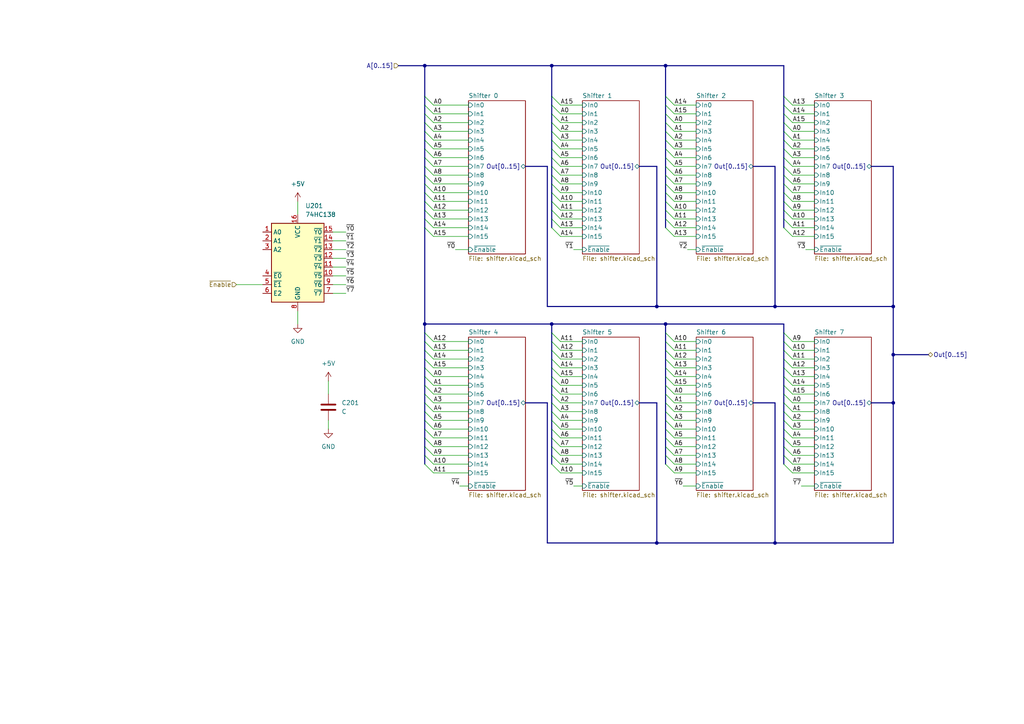
<source format=kicad_sch>
(kicad_sch (version 20231120) (generator "eeschema") (generator_version "8.0")
  (paper "A4")
  (lib_symbols
    (symbol "74xx:74HC138"
      (property "Reference" "U" (at -7.62 13.97 0))
      (property "Value" "74HC138" (at 2.54 -11.43 0))
      (symbol "74HC138_0_1"
        (rectangle (start -7.62 12.7) (end 7.62 -10.16) (stroke (width 0.254)) (fill (type background)))
      )
      (symbol "74HC138_1_1"
        (pin input line (at -10.16 10.16 0) (length 2.54) (name "A0") (number "1"))
        (pin output line (at 10.16 -2.54 180) (length 2.54) (name "~{Y5}") (number "10"))
        (pin output line (at 10.16 0 180) (length 2.54) (name "~{Y4}") (number "11"))
        (pin output line (at 10.16 2.54 180) (length 2.54) (name "~{Y3}") (number "12"))
        (pin output line (at 10.16 5.08 180) (length 2.54) (name "~{Y2}") (number "13"))
        (pin output line (at 10.16 7.62 180) (length 2.54) (name "~{Y1}") (number "14"))
        (pin output line (at 10.16 10.16 180) (length 2.54) (name "~{Y0}") (number "15"))
        (pin power_in line (at 0 15.24 270) (length 2.54) (name "VCC") (number "16"))
        (pin input line (at -10.16 7.62 0) (length 2.54) (name "A1") (number "2"))
        (pin input line (at -10.16 5.08 0) (length 2.54) (name "A2") (number "3"))
        (pin input line (at -10.16 -2.54 0) (length 2.54) (name "~{E0}") (number "4"))
        (pin input line (at -10.16 -5.08 0) (length 2.54) (name "~{E1}") (number "5"))
        (pin input line (at -10.16 -7.62 0) (length 2.54) (name "E2") (number "6"))
        (pin output line (at 10.16 -7.62 180) (length 2.54) (name "~{Y7}") (number "7"))
        (pin power_in line (at 0 -12.7 90) (length 2.54) (name "GND") (number "8"))
        (pin output line (at 10.16 -5.08 180) (length 2.54) (name "~{Y6}") (number "9"))
      )
    )
    (symbol "Device:C" (pin_numbers hide) (pin_names (offset 0.254))
      (property "Reference" "C" (at 0.635 2.54 0))
      (property "Value" "C" (at 0.635 -2.54 0))
      (symbol "C_0_1"
        (polyline (pts (xy -2.032 -0.762) (xy 2.032 -0.762)) (stroke (width 0.508)))
        (polyline (pts (xy -2.032 0.762) (xy 2.032 0.762)) (stroke (width 0.508)))
      )
      (symbol "C_1_1"
        (pin passive line (at 0 3.81 270) (length 2.794) (name "~") (number "1"))
        (pin passive line (at 0 -3.81 90) (length 2.794) (name "~") (number "2"))
      )
    )
    (symbol "power:+5V" (power) (pin_numbers hide) (pin_names (offset 0) hide)
      (property "Value" "+5V" (at 0 3.556 0))
      (symbol "+5V_0_1"
        (polyline (pts (xy -0.762 1.27) (xy 0 2.54)))
        (polyline (pts (xy 0 0) (xy 0 2.54)))
        (polyline (pts (xy 0 2.54) (xy 0.762 1.27)))
      )
      (symbol "+5V_1_1"
        (pin power_in line (at 0 0 90) (length 0) (name "~") (number "1"))
      )
    )
    (symbol "power:GND" (power) (pin_numbers hide) (pin_names (offset 0) hide)
      (property "Value" "GND" (at 0 -3.81 0))
      (symbol "GND_0_1"
        (polyline (pts (xy 0 0) (xy 0 -1.27) (xy 1.27 -1.27) (xy 0 -2.54) (xy -1.27 -1.27) (xy 0 -1.27)))
      )
      (symbol "GND_1_1"
        (pin power_in line (at 0 0 270) (length 0) (name "~") (number "1"))
      )
    )
  )
  (junction (at 190.5 88.9))
  (junction (at 224.79 88.9))
  (junction (at 123.19 19.05))
  (junction (at 224.79 157.48))
  (junction (at 160.02 19.05))
  (junction (at 259.08 116.84))
  (junction (at 123.19 93.98))
  (junction (at 160.02 93.98))
  (junction (at 259.08 88.9))
  (junction (at 190.5 157.48))
  (junction (at 193.04 19.05))
  (junction (at 259.08 102.87))
  (junction (at 193.04 93.98))
  (bus_entry (at 123.19 43.18) (size 2.54 2.54))
  (bus_entry (at 193.04 101.6) (size 2.54 2.54))
  (bus_entry (at 160.02 53.34) (size 2.54 2.54))
  (bus_entry (at 160.02 129.54) (size 2.54 2.54))
  (bus_entry (at 193.04 111.76) (size 2.54 2.54))
  (bus_entry (at 160.02 63.5) (size 2.54 2.54))
  (bus_entry (at 123.19 101.6) (size 2.54 2.54))
  (bus_entry (at 160.02 96.52) (size 2.54 2.54))
  (bus_entry (at 160.02 60.96) (size 2.54 2.54))
  (bus_entry (at 227.33 132.08) (size 2.54 2.54))
  (bus_entry (at 227.33 124.46) (size 2.54 2.54))
  (bus_entry (at 227.33 127) (size 2.54 2.54))
  (bus_entry (at 227.33 27.94) (size 2.54 2.54))
  (bus_entry (at 160.02 101.6) (size 2.54 2.54))
  (bus_entry (at 227.33 40.64) (size 2.54 2.54))
  (bus_entry (at 160.02 99.06) (size 2.54 2.54))
  (bus_entry (at 123.19 127) (size 2.54 2.54))
  (bus_entry (at 227.33 129.54) (size 2.54 2.54))
  (bus_entry (at 123.19 106.68) (size 2.54 2.54))
  (bus_entry (at 193.04 43.18) (size 2.54 2.54))
  (bus_entry (at 160.02 66.04) (size 2.54 2.54))
  (bus_entry (at 123.19 104.14) (size 2.54 2.54))
  (bus_entry (at 160.02 58.42) (size 2.54 2.54))
  (bus_entry (at 227.33 119.38) (size 2.54 2.54))
  (bus_entry (at 160.02 27.94) (size 2.54 2.54))
  (bus_entry (at 123.19 35.56) (size 2.54 2.54))
  (bus_entry (at 123.19 38.1) (size 2.54 2.54))
  (bus_entry (at 227.33 111.76) (size 2.54 2.54))
  (bus_entry (at 227.33 96.52) (size 2.54 2.54))
  (bus_entry (at 160.02 30.48) (size 2.54 2.54))
  (bus_entry (at 160.02 38.1) (size 2.54 2.54))
  (bus_entry (at 123.19 132.08) (size 2.54 2.54))
  (bus_entry (at 227.33 33.02) (size 2.54 2.54))
  (bus_entry (at 227.33 30.48) (size 2.54 2.54))
  (bus_entry (at 160.02 121.92) (size 2.54 2.54))
  (bus_entry (at 123.19 119.38) (size 2.54 2.54))
  (bus_entry (at 193.04 121.92) (size 2.54 2.54))
  (bus_entry (at 123.19 109.22) (size 2.54 2.54))
  (bus_entry (at 227.33 66.04) (size 2.54 2.54))
  (bus_entry (at 123.19 99.06) (size 2.54 2.54))
  (bus_entry (at 227.33 35.56) (size 2.54 2.54))
  (bus_entry (at 193.04 132.08) (size 2.54 2.54))
  (bus_entry (at 193.04 27.94) (size 2.54 2.54))
  (bus_entry (at 160.02 114.3) (size 2.54 2.54))
  (bus_entry (at 123.19 114.3) (size 2.54 2.54))
  (bus_entry (at 227.33 116.84) (size 2.54 2.54))
  (bus_entry (at 193.04 96.52) (size 2.54 2.54))
  (bus_entry (at 160.02 109.22) (size 2.54 2.54))
  (bus_entry (at 160.02 132.08) (size 2.54 2.54))
  (bus_entry (at 160.02 104.14) (size 2.54 2.54))
  (bus_entry (at 227.33 99.06) (size 2.54 2.54))
  (bus_entry (at 193.04 33.02) (size 2.54 2.54))
  (bus_entry (at 227.33 48.26) (size 2.54 2.54))
  (bus_entry (at 227.33 43.18) (size 2.54 2.54))
  (bus_entry (at 227.33 101.6) (size 2.54 2.54))
  (bus_entry (at 123.19 40.64) (size 2.54 2.54))
  (bus_entry (at 160.02 55.88) (size 2.54 2.54))
  (bus_entry (at 227.33 63.5) (size 2.54 2.54))
  (bus_entry (at 123.19 63.5) (size 2.54 2.54))
  (bus_entry (at 227.33 45.72) (size 2.54 2.54))
  (bus_entry (at 227.33 121.92) (size 2.54 2.54))
  (bus_entry (at 227.33 53.34) (size 2.54 2.54))
  (bus_entry (at 193.04 53.34) (size 2.54 2.54))
  (bus_entry (at 227.33 60.96) (size 2.54 2.54))
  (bus_entry (at 160.02 127) (size 2.54 2.54))
  (bus_entry (at 193.04 40.64) (size 2.54 2.54))
  (bus_entry (at 227.33 104.14) (size 2.54 2.54))
  (bus_entry (at 123.19 134.62) (size 2.54 2.54))
  (bus_entry (at 123.19 55.88) (size 2.54 2.54))
  (bus_entry (at 123.19 116.84) (size 2.54 2.54))
  (bus_entry (at 193.04 38.1) (size 2.54 2.54))
  (bus_entry (at 123.19 45.72) (size 2.54 2.54))
  (bus_entry (at 123.19 58.42) (size 2.54 2.54))
  (bus_entry (at 193.04 99.06) (size 2.54 2.54))
  (bus_entry (at 160.02 106.68) (size 2.54 2.54))
  (bus_entry (at 227.33 38.1) (size 2.54 2.54))
  (bus_entry (at 160.02 45.72) (size 2.54 2.54))
  (bus_entry (at 160.02 35.56) (size 2.54 2.54))
  (bus_entry (at 193.04 119.38) (size 2.54 2.54))
  (bus_entry (at 160.02 40.64) (size 2.54 2.54))
  (bus_entry (at 160.02 119.38) (size 2.54 2.54))
  (bus_entry (at 123.19 33.02) (size 2.54 2.54))
  (bus_entry (at 193.04 30.48) (size 2.54 2.54))
  (bus_entry (at 123.19 124.46) (size 2.54 2.54))
  (bus_entry (at 123.19 96.52) (size 2.54 2.54))
  (bus_entry (at 193.04 129.54) (size 2.54 2.54))
  (bus_entry (at 227.33 109.22) (size 2.54 2.54))
  (bus_entry (at 193.04 134.62) (size 2.54 2.54))
  (bus_entry (at 123.19 129.54) (size 2.54 2.54))
  (bus_entry (at 193.04 66.04) (size 2.54 2.54))
  (bus_entry (at 193.04 124.46) (size 2.54 2.54))
  (bus_entry (at 160.02 134.62) (size 2.54 2.54))
  (bus_entry (at 227.33 50.8) (size 2.54 2.54))
  (bus_entry (at 193.04 50.8) (size 2.54 2.54))
  (bus_entry (at 123.19 60.96) (size 2.54 2.54))
  (bus_entry (at 123.19 48.26) (size 2.54 2.54))
  (bus_entry (at 193.04 55.88) (size 2.54 2.54))
  (bus_entry (at 123.19 27.94) (size 2.54 2.54))
  (bus_entry (at 193.04 106.68) (size 2.54 2.54))
  (bus_entry (at 160.02 124.46) (size 2.54 2.54))
  (bus_entry (at 123.19 53.34) (size 2.54 2.54))
  (bus_entry (at 227.33 58.42) (size 2.54 2.54))
  (bus_entry (at 227.33 55.88) (size 2.54 2.54))
  (bus_entry (at 193.04 109.22) (size 2.54 2.54))
  (bus_entry (at 193.04 35.56) (size 2.54 2.54))
  (bus_entry (at 227.33 134.62) (size 2.54 2.54))
  (bus_entry (at 193.04 127) (size 2.54 2.54))
  (bus_entry (at 193.04 116.84) (size 2.54 2.54))
  (bus_entry (at 193.04 48.26) (size 2.54 2.54))
  (bus_entry (at 193.04 60.96) (size 2.54 2.54))
  (bus_entry (at 160.02 48.26) (size 2.54 2.54))
  (bus_entry (at 160.02 116.84) (size 2.54 2.54))
  (bus_entry (at 227.33 114.3) (size 2.54 2.54))
  (bus_entry (at 227.33 106.68) (size 2.54 2.54))
  (bus_entry (at 160.02 111.76) (size 2.54 2.54))
  (bus_entry (at 123.19 50.8) (size 2.54 2.54))
  (bus_entry (at 193.04 63.5) (size 2.54 2.54))
  (bus_entry (at 123.19 111.76) (size 2.54 2.54))
  (bus_entry (at 160.02 33.02) (size 2.54 2.54))
  (bus_entry (at 123.19 121.92) (size 2.54 2.54))
  (bus_entry (at 123.19 66.04) (size 2.54 2.54))
  (bus_entry (at 193.04 58.42) (size 2.54 2.54))
  (bus_entry (at 193.04 114.3) (size 2.54 2.54))
  (bus_entry (at 193.04 45.72) (size 2.54 2.54))
  (bus_entry (at 160.02 43.18) (size 2.54 2.54))
  (bus_entry (at 123.19 30.48) (size 2.54 2.54))
  (bus_entry (at 193.04 104.14) (size 2.54 2.54))
  (bus_entry (at 160.02 50.8) (size 2.54 2.54))
  (wire (pts (xy 229.87 40.64) (xy 236.22 40.64)))
  (bus (pts (xy 160.02 96.52) (xy 160.02 99.06)))
  (wire (pts (xy 195.58 60.96) (xy 201.93 60.96)))
  (bus (pts (xy 123.19 127) (xy 123.19 129.54)))
  (wire (pts (xy 125.73 63.5) (xy 135.89 63.5)))
  (bus (pts (xy 227.33 119.38) (xy 227.33 121.92)))
  (bus (pts (xy 190.5 116.84) (xy 190.5 157.48)))
  (wire (pts (xy 162.56 63.5) (xy 168.91 63.5)))
  (bus (pts (xy 123.19 30.48) (xy 123.19 33.02)))
  (wire (pts (xy 195.58 55.88) (xy 201.93 55.88)))
  (wire (pts (xy 195.58 99.06) (xy 201.93 99.06)))
  (bus (pts (xy 123.19 96.52) (xy 123.19 99.06)))
  (bus (pts (xy 123.19 50.8) (xy 123.19 53.34)))
  (wire (pts (xy 125.73 99.06) (xy 135.89 99.06)))
  (bus (pts (xy 227.33 116.84) (xy 227.33 119.38)))
  (bus (pts (xy 227.33 99.06) (xy 227.33 101.6)))
  (wire (pts (xy 162.56 66.04) (xy 168.91 66.04)))
  (wire (pts (xy 125.73 132.08) (xy 135.89 132.08)))
  (wire (pts (xy 125.73 55.88) (xy 135.89 55.88)))
  (bus (pts (xy 160.02 93.98) (xy 193.04 93.98)))
  (wire (pts (xy 232.41 140.97) (xy 236.22 140.97)))
  (bus (pts (xy 160.02 48.26) (xy 160.02 50.8)))
  (bus (pts (xy 193.04 19.05) (xy 193.04 27.94)))
  (wire (pts (xy 96.52 69.85) (xy 100.33 69.85)))
  (bus (pts (xy 160.02 55.88) (xy 160.02 58.42)))
  (wire (pts (xy 195.58 33.02) (xy 201.93 33.02)))
  (wire (pts (xy 229.87 132.08) (xy 236.22 132.08)))
  (wire (pts (xy 229.87 119.38) (xy 236.22 119.38)))
  (bus (pts (xy 193.04 43.18) (xy 193.04 45.72)))
  (wire (pts (xy 195.58 104.14) (xy 201.93 104.14)))
  (wire (pts (xy 195.58 106.68) (xy 201.93 106.68)))
  (wire (pts (xy 125.73 45.72) (xy 135.89 45.72)))
  (bus (pts (xy 259.08 157.48) (xy 259.08 116.84)))
  (bus (pts (xy 227.33 104.14) (xy 227.33 106.68)))
  (bus (pts (xy 224.79 157.48) (xy 259.08 157.48)))
  (bus (pts (xy 227.33 111.76) (xy 227.33 114.3)))
  (bus (pts (xy 227.33 129.54) (xy 227.33 132.08)))
  (bus (pts (xy 160.02 38.1) (xy 160.02 40.64)))
  (wire (pts (xy 125.73 60.96) (xy 135.89 60.96)))
  (bus (pts (xy 123.19 33.02) (xy 123.19 35.56)))
  (bus (pts (xy 123.19 58.42) (xy 123.19 60.96)))
  (bus (pts (xy 259.08 88.9) (xy 259.08 48.26)))
  (wire (pts (xy 229.87 137.16) (xy 236.22 137.16)))
  (bus (pts (xy 160.02 27.94) (xy 160.02 30.48)))
  (wire (pts (xy 96.52 77.47) (xy 100.33 77.47)))
  (wire (pts (xy 125.73 109.22) (xy 135.89 109.22)))
  (wire (pts (xy 162.56 137.16) (xy 168.91 137.16)))
  (bus (pts (xy 160.02 127) (xy 160.02 129.54)))
  (wire (pts (xy 162.56 33.02) (xy 168.91 33.02)))
  (bus (pts (xy 160.02 19.05) (xy 193.04 19.05)))
  (bus (pts (xy 160.02 43.18) (xy 160.02 45.72)))
  (bus (pts (xy 193.04 127) (xy 193.04 129.54)))
  (wire (pts (xy 162.56 124.46) (xy 168.91 124.46)))
  (wire (pts (xy 86.36 90.17) (xy 86.36 93.98)))
  (wire (pts (xy 195.58 129.54) (xy 201.93 129.54)))
  (wire (pts (xy 162.56 58.42) (xy 168.91 58.42)))
  (wire (pts (xy 96.52 85.09) (xy 100.33 85.09)))
  (bus (pts (xy 123.19 114.3) (xy 123.19 116.84)))
  (wire (pts (xy 125.73 137.16) (xy 135.89 137.16)))
  (wire (pts (xy 229.87 101.6) (xy 236.22 101.6)))
  (wire (pts (xy 162.56 99.06) (xy 168.91 99.06)))
  (bus (pts (xy 227.33 114.3) (xy 227.33 116.84)))
  (bus (pts (xy 123.19 101.6) (xy 123.19 104.14)))
  (bus (pts (xy 190.5 157.48) (xy 224.79 157.48)))
  (wire (pts (xy 133.35 140.97) (xy 135.89 140.97)))
  (wire (pts (xy 125.73 50.8) (xy 135.89 50.8)))
  (bus (pts (xy 160.02 50.8) (xy 160.02 53.34)))
  (bus (pts (xy 123.19 99.06) (xy 123.19 101.6)))
  (bus (pts (xy 193.04 132.08) (xy 193.04 134.62)))
  (bus (pts (xy 160.02 111.76) (xy 160.02 114.3)))
  (bus (pts (xy 193.04 124.46) (xy 193.04 127)))
  (wire (pts (xy 195.58 40.64) (xy 201.93 40.64)))
  (wire (pts (xy 229.87 114.3) (xy 236.22 114.3)))
  (wire (pts (xy 229.87 68.58) (xy 236.22 68.58)))
  (bus (pts (xy 123.19 93.98) (xy 123.19 96.52)))
  (wire (pts (xy 162.56 30.48) (xy 168.91 30.48)))
  (bus (pts (xy 160.02 45.72) (xy 160.02 48.26)))
  (bus (pts (xy 160.02 19.05) (xy 160.02 27.94)))
  (bus (pts (xy 123.19 109.22) (xy 123.19 111.76)))
  (bus (pts (xy 193.04 50.8) (xy 193.04 53.34)))
  (wire (pts (xy 229.87 53.34) (xy 236.22 53.34)))
  (wire (pts (xy 162.56 50.8) (xy 168.91 50.8)))
  (bus (pts (xy 193.04 27.94) (xy 193.04 30.48)))
  (bus (pts (xy 193.04 38.1) (xy 193.04 40.64)))
  (bus (pts (xy 227.33 50.8) (xy 227.33 53.34)))
  (wire (pts (xy 162.56 114.3) (xy 168.91 114.3)))
  (bus (pts (xy 160.02 60.96) (xy 160.02 63.5)))
  (bus (pts (xy 123.19 35.56) (xy 123.19 38.1)))
  (wire (pts (xy 162.56 127) (xy 168.91 127)))
  (bus (pts (xy 185.42 48.26) (xy 190.5 48.26)))
  (wire (pts (xy 162.56 132.08) (xy 168.91 132.08)))
  (wire (pts (xy 125.73 104.14) (xy 135.89 104.14)))
  (wire (pts (xy 132.08 72.39) (xy 135.89 72.39)))
  (bus (pts (xy 193.04 99.06) (xy 193.04 101.6)))
  (bus (pts (xy 193.04 40.64) (xy 193.04 43.18)))
  (wire (pts (xy 162.56 45.72) (xy 168.91 45.72)))
  (bus (pts (xy 193.04 53.34) (xy 193.04 55.88)))
  (bus (pts (xy 123.19 40.64) (xy 123.19 43.18)))
  (bus (pts (xy 160.02 58.42) (xy 160.02 60.96)))
  (wire (pts (xy 125.73 35.56) (xy 135.89 35.56)))
  (wire (pts (xy 125.73 127) (xy 135.89 127)))
  (bus (pts (xy 193.04 129.54) (xy 193.04 132.08)))
  (bus (pts (xy 123.19 48.26) (xy 123.19 50.8)))
  (bus (pts (xy 193.04 93.98) (xy 193.04 96.52)))
  (wire (pts (xy 229.87 106.68) (xy 236.22 106.68)))
  (wire (pts (xy 125.73 134.62) (xy 135.89 134.62)))
  (wire (pts (xy 229.87 35.56) (xy 236.22 35.56)))
  (bus (pts (xy 259.08 102.87) (xy 269.24 102.87)))
  (bus (pts (xy 227.33 63.5) (xy 227.33 66.04)))
  (wire (pts (xy 195.58 53.34) (xy 201.93 53.34)))
  (wire (pts (xy 229.87 99.06) (xy 236.22 99.06)))
  (wire (pts (xy 195.58 58.42) (xy 201.93 58.42)))
  (wire (pts (xy 96.52 80.01) (xy 100.33 80.01)))
  (bus (pts (xy 227.33 45.72) (xy 227.33 48.26)))
  (bus (pts (xy 224.79 116.84) (xy 224.79 157.48)))
  (wire (pts (xy 229.87 30.48) (xy 236.22 30.48)))
  (wire (pts (xy 162.56 106.68) (xy 168.91 106.68)))
  (wire (pts (xy 195.58 43.18) (xy 201.93 43.18)))
  (wire (pts (xy 125.73 66.04) (xy 135.89 66.04)))
  (bus (pts (xy 218.44 116.84) (xy 224.79 116.84)))
  (bus (pts (xy 160.02 99.06) (xy 160.02 101.6)))
  (wire (pts (xy 229.87 127) (xy 236.22 127)))
  (wire (pts (xy 195.58 35.56) (xy 201.93 35.56)))
  (bus (pts (xy 193.04 48.26) (xy 193.04 50.8)))
  (bus (pts (xy 160.02 124.46) (xy 160.02 127)))
  (wire (pts (xy 195.58 127) (xy 201.93 127)))
  (bus (pts (xy 227.33 40.64) (xy 227.33 43.18)))
  (bus (pts (xy 123.19 93.98) (xy 160.02 93.98)))
  (bus (pts (xy 123.19 66.04) (xy 123.19 93.98)))
  (wire (pts (xy 195.58 137.16) (xy 201.93 137.16)))
  (bus (pts (xy 190.5 48.26) (xy 190.5 88.9)))
  (wire (pts (xy 162.56 134.62) (xy 168.91 134.62)))
  (bus (pts (xy 123.19 55.88) (xy 123.19 58.42)))
  (bus (pts (xy 193.04 35.56) (xy 193.04 38.1)))
  (bus (pts (xy 259.08 88.9) (xy 259.08 102.87)))
  (bus (pts (xy 227.33 127) (xy 227.33 129.54)))
  (bus (pts (xy 158.75 48.26) (xy 158.75 88.9)))
  (wire (pts (xy 162.56 104.14) (xy 168.91 104.14)))
  (bus (pts (xy 123.19 119.38) (xy 123.19 121.92)))
  (bus (pts (xy 193.04 60.96) (xy 193.04 63.5)))
  (bus (pts (xy 227.33 106.68) (xy 227.33 109.22)))
  (wire (pts (xy 125.73 121.92) (xy 135.89 121.92)))
  (wire (pts (xy 229.87 33.02) (xy 236.22 33.02)))
  (wire (pts (xy 195.58 63.5) (xy 201.93 63.5)))
  (bus (pts (xy 227.33 30.48) (xy 227.33 33.02)))
  (wire (pts (xy 162.56 60.96) (xy 168.91 60.96)))
  (wire (pts (xy 229.87 48.26) (xy 236.22 48.26)))
  (wire (pts (xy 229.87 134.62) (xy 236.22 134.62)))
  (wire (pts (xy 162.56 43.18) (xy 168.91 43.18)))
  (bus (pts (xy 123.19 38.1) (xy 123.19 40.64)))
  (bus (pts (xy 227.33 58.42) (xy 227.33 60.96)))
  (bus (pts (xy 160.02 30.48) (xy 160.02 33.02)))
  (wire (pts (xy 162.56 119.38) (xy 168.91 119.38)))
  (bus (pts (xy 193.04 119.38) (xy 193.04 121.92)))
  (wire (pts (xy 195.58 124.46) (xy 201.93 124.46)))
  (bus (pts (xy 224.79 88.9) (xy 259.08 88.9)))
  (wire (pts (xy 195.58 48.26) (xy 201.93 48.26)))
  (wire (pts (xy 125.73 33.02) (xy 135.89 33.02)))
  (bus (pts (xy 227.33 33.02) (xy 227.33 35.56)))
  (wire (pts (xy 125.73 40.64) (xy 135.89 40.64)))
  (wire (pts (xy 166.37 72.39) (xy 168.91 72.39)))
  (bus (pts (xy 227.33 43.18) (xy 227.33 45.72)))
  (bus (pts (xy 123.19 121.92) (xy 123.19 124.46)))
  (bus (pts (xy 227.33 27.94) (xy 227.33 30.48)))
  (wire (pts (xy 229.87 63.5) (xy 236.22 63.5)))
  (bus (pts (xy 123.19 104.14) (xy 123.19 106.68)))
  (wire (pts (xy 229.87 129.54) (xy 236.22 129.54)))
  (wire (pts (xy 125.73 58.42) (xy 135.89 58.42)))
  (wire (pts (xy 162.56 55.88) (xy 168.91 55.88)))
  (bus (pts (xy 160.02 114.3) (xy 160.02 116.84)))
  (wire (pts (xy 125.73 68.58) (xy 135.89 68.58)))
  (bus (pts (xy 193.04 121.92) (xy 193.04 124.46)))
  (bus (pts (xy 227.33 35.56) (xy 227.33 38.1)))
  (wire (pts (xy 125.73 48.26) (xy 135.89 48.26)))
  (bus (pts (xy 193.04 116.84) (xy 193.04 119.38)))
  (wire (pts (xy 229.87 111.76) (xy 236.22 111.76)))
  (bus (pts (xy 193.04 114.3) (xy 193.04 116.84)))
  (wire (pts (xy 195.58 50.8) (xy 201.93 50.8)))
  (bus (pts (xy 227.33 96.52) (xy 227.33 99.06)))
  (bus (pts (xy 227.33 38.1) (xy 227.33 40.64)))
  (wire (pts (xy 96.52 72.39) (xy 100.33 72.39)))
  (wire (pts (xy 96.52 74.93) (xy 100.33 74.93)))
  (bus (pts (xy 123.19 60.96) (xy 123.19 63.5)))
  (wire (pts (xy 195.58 116.84) (xy 201.93 116.84)))
  (bus (pts (xy 227.33 55.88) (xy 227.33 58.42)))
  (bus (pts (xy 193.04 63.5) (xy 193.04 66.04)))
  (bus (pts (xy 152.4 48.26) (xy 158.75 48.26)))
  (bus (pts (xy 193.04 30.48) (xy 193.04 33.02)))
  (bus (pts (xy 190.5 88.9) (xy 224.79 88.9)))
  (bus (pts (xy 193.04 106.68) (xy 193.04 109.22)))
  (bus (pts (xy 123.19 43.18) (xy 123.19 45.72)))
  (wire (pts (xy 162.56 40.64) (xy 168.91 40.64)))
  (wire (pts (xy 229.87 104.14) (xy 236.22 104.14)))
  (wire (pts (xy 229.87 66.04) (xy 236.22 66.04)))
  (wire (pts (xy 195.58 68.58) (xy 201.93 68.58)))
  (wire (pts (xy 125.73 114.3) (xy 135.89 114.3)))
  (wire (pts (xy 229.87 45.72) (xy 236.22 45.72)))
  (bus (pts (xy 123.19 27.94) (xy 123.19 30.48)))
  (wire (pts (xy 125.73 124.46) (xy 135.89 124.46)))
  (bus (pts (xy 218.44 48.26) (xy 224.79 48.26)))
  (bus (pts (xy 123.19 19.05) (xy 123.19 27.94)))
  (bus (pts (xy 193.04 45.72) (xy 193.04 48.26)))
  (bus (pts (xy 160.02 93.98) (xy 160.02 96.52)))
  (bus (pts (xy 123.19 63.5) (xy 123.19 66.04)))
  (bus (pts (xy 123.19 124.46) (xy 123.19 127)))
  (wire (pts (xy 96.52 67.31) (xy 100.33 67.31)))
  (bus (pts (xy 123.19 45.72) (xy 123.19 48.26)))
  (wire (pts (xy 195.58 30.48) (xy 201.93 30.48)))
  (wire (pts (xy 229.87 43.18) (xy 236.22 43.18)))
  (bus (pts (xy 158.75 157.48) (xy 190.5 157.48)))
  (wire (pts (xy 125.73 106.68) (xy 135.89 106.68)))
  (bus (pts (xy 158.75 88.9) (xy 190.5 88.9)))
  (wire (pts (xy 233.68 72.39) (xy 236.22 72.39)))
  (bus (pts (xy 193.04 33.02) (xy 193.04 35.56)))
  (bus (pts (xy 123.19 116.84) (xy 123.19 119.38)))
  (wire (pts (xy 199.39 72.39) (xy 201.93 72.39)))
  (bus (pts (xy 160.02 35.56) (xy 160.02 38.1)))
  (wire (pts (xy 125.73 111.76) (xy 135.89 111.76)))
  (wire (pts (xy 96.52 82.55) (xy 100.33 82.55)))
  (wire (pts (xy 195.58 121.92) (xy 201.93 121.92)))
  (bus (pts (xy 259.08 102.87) (xy 259.08 116.84)))
  (bus (pts (xy 160.02 63.5) (xy 160.02 66.04)))
  (bus (pts (xy 227.33 19.05) (xy 227.33 27.94)))
  (wire (pts (xy 95.25 121.92) (xy 95.25 124.46)))
  (wire (pts (xy 195.58 45.72) (xy 201.93 45.72)))
  (bus (pts (xy 193.04 101.6) (xy 193.04 104.14)))
  (bus (pts (xy 160.02 33.02) (xy 160.02 35.56)))
  (wire (pts (xy 125.73 53.34) (xy 135.89 53.34)))
  (wire (pts (xy 162.56 53.34) (xy 168.91 53.34)))
  (wire (pts (xy 162.56 111.76) (xy 168.91 111.76)))
  (wire (pts (xy 68.58 82.55) (xy 76.2 82.55)))
  (bus (pts (xy 227.33 101.6) (xy 227.33 104.14)))
  (bus (pts (xy 252.73 48.26) (xy 259.08 48.26)))
  (wire (pts (xy 229.87 121.92) (xy 236.22 121.92)))
  (bus (pts (xy 193.04 19.05) (xy 227.33 19.05)))
  (bus (pts (xy 160.02 106.68) (xy 160.02 109.22)))
  (bus (pts (xy 123.19 111.76) (xy 123.19 114.3)))
  (wire (pts (xy 229.87 60.96) (xy 236.22 60.96)))
  (wire (pts (xy 162.56 48.26) (xy 168.91 48.26)))
  (wire (pts (xy 162.56 121.92) (xy 168.91 121.92)))
  (wire (pts (xy 195.58 66.04) (xy 201.93 66.04)))
  (wire (pts (xy 125.73 116.84) (xy 135.89 116.84)))
  (bus (pts (xy 252.73 116.84) (xy 259.08 116.84)))
  (bus (pts (xy 193.04 58.42) (xy 193.04 60.96)))
  (wire (pts (xy 195.58 134.62) (xy 201.93 134.62)))
  (bus (pts (xy 160.02 121.92) (xy 160.02 124.46)))
  (wire (pts (xy 162.56 116.84) (xy 168.91 116.84)))
  (wire (pts (xy 195.58 119.38) (xy 201.93 119.38)))
  (wire (pts (xy 229.87 116.84) (xy 236.22 116.84)))
  (bus (pts (xy 160.02 53.34) (xy 160.02 55.88)))
  (bus (pts (xy 160.02 132.08) (xy 160.02 134.62)))
  (wire (pts (xy 162.56 68.58) (xy 168.91 68.58)))
  (bus (pts (xy 160.02 40.64) (xy 160.02 43.18)))
  (wire (pts (xy 125.73 119.38) (xy 135.89 119.38)))
  (bus (pts (xy 193.04 93.98) (xy 227.33 93.98)))
  (wire (pts (xy 195.58 101.6) (xy 201.93 101.6)))
  (wire (pts (xy 229.87 124.46) (xy 236.22 124.46)))
  (bus (pts (xy 193.04 96.52) (xy 193.04 99.06)))
  (bus (pts (xy 160.02 116.84) (xy 160.02 119.38)))
  (wire (pts (xy 195.58 132.08) (xy 201.93 132.08)))
  (wire (pts (xy 162.56 109.22) (xy 168.91 109.22)))
  (wire (pts (xy 95.25 110.49) (xy 95.25 114.3)))
  (wire (pts (xy 166.37 140.97) (xy 168.91 140.97)))
  (wire (pts (xy 229.87 55.88) (xy 236.22 55.88)))
  (wire (pts (xy 195.58 111.76) (xy 201.93 111.76)))
  (bus (pts (xy 123.19 132.08) (xy 123.19 134.62)))
  (wire (pts (xy 162.56 35.56) (xy 168.91 35.56)))
  (bus (pts (xy 123.19 129.54) (xy 123.19 132.08)))
  (bus (pts (xy 193.04 111.76) (xy 193.04 114.3)))
  (bus (pts (xy 123.19 19.05) (xy 160.02 19.05)))
  (wire (pts (xy 86.36 58.42) (xy 86.36 62.23)))
  (wire (pts (xy 229.87 50.8) (xy 236.22 50.8)))
  (wire (pts (xy 125.73 30.48) (xy 135.89 30.48)))
  (bus (pts (xy 227.33 48.26) (xy 227.33 50.8)))
  (wire (pts (xy 195.58 114.3) (xy 201.93 114.3)))
  (bus (pts (xy 193.04 55.88) (xy 193.04 58.42)))
  (wire (pts (xy 162.56 38.1) (xy 168.91 38.1)))
  (wire (pts (xy 229.87 109.22) (xy 236.22 109.22)))
  (bus (pts (xy 123.19 106.68) (xy 123.19 109.22)))
  (bus (pts (xy 227.33 132.08) (xy 227.33 134.62)))
  (wire (pts (xy 125.73 43.18) (xy 135.89 43.18)))
  (bus (pts (xy 193.04 104.14) (xy 193.04 106.68)))
  (bus (pts (xy 227.33 124.46) (xy 227.33 127)))
  (wire (pts (xy 198.12 140.97) (xy 201.93 140.97)))
  (wire (pts (xy 125.73 129.54) (xy 135.89 129.54)))
  (bus (pts (xy 123.19 53.34) (xy 123.19 55.88)))
  (bus (pts (xy 158.75 116.84) (xy 158.75 157.48)))
  (bus (pts (xy 227.33 121.92) (xy 227.33 124.46)))
  (bus (pts (xy 185.42 116.84) (xy 190.5 116.84)))
  (bus (pts (xy 227.33 93.98) (xy 227.33 96.52)))
  (wire (pts (xy 195.58 38.1) (xy 201.93 38.1)))
  (wire (pts (xy 162.56 129.54) (xy 168.91 129.54)))
  (bus (pts (xy 115.57 19.05) (xy 123.19 19.05)))
  (wire (pts (xy 162.56 101.6) (xy 168.91 101.6)))
  (bus (pts (xy 160.02 119.38) (xy 160.02 121.92)))
  (bus (pts (xy 224.79 48.26) (xy 224.79 88.9)))
  (bus (pts (xy 160.02 101.6) (xy 160.02 104.14)))
  (wire (pts (xy 229.87 38.1) (xy 236.22 38.1)))
  (bus (pts (xy 152.4 116.84) (xy 158.75 116.84)))
  (bus (pts (xy 227.33 53.34) (xy 227.33 55.88)))
  (bus (pts (xy 160.02 109.22) (xy 160.02 111.76)))
  (wire (pts (xy 195.58 109.22) (xy 201.93 109.22)))
  (bus (pts (xy 160.02 129.54) (xy 160.02 132.08)))
  (wire (pts (xy 229.87 58.42) (xy 236.22 58.42)))
  (bus (pts (xy 227.33 60.96) (xy 227.33 63.5)))
  (bus (pts (xy 227.33 109.22) (xy 227.33 111.76)))
  (bus (pts (xy 193.04 109.22) (xy 193.04 111.76)))
  (wire (pts (xy 125.73 101.6) (xy 135.89 101.6)))
  (bus (pts (xy 160.02 104.14) (xy 160.02 106.68)))
  (wire (pts (xy 125.73 38.1) (xy 135.89 38.1)))
  (label "A9" (at 125.73 53.34 0))
  (label "A3" (at 195.58 121.92 0))
  (label "A7" (at 162.56 50.8 0))
  (label "A3" (at 195.58 43.18 0))
  (label "A12" (at 195.58 66.04 0))
  (label "~{Y4}" (at 133.35 140.97 180))
  (label "A8" (at 125.73 129.54 0))
  (label "A6" (at 195.58 129.54 0))
  (label "A10" (at 125.73 134.62 0))
  (label "A11" (at 162.56 60.96 0))
  (label "~{Y2}" (at 100.33 72.39 0))
  (label "A14" (at 125.73 104.14 0))
  (label "~{Y3}" (at 100.33 74.93 0))
  (label "A12" (at 229.87 68.58 0))
  (label "A0" (at 229.87 116.84 0))
  (label "A2" (at 162.56 38.1 0))
  (label "A8" (at 125.73 50.8 0))
  (label "A0" (at 195.58 35.56 0))
  (label "A10" (at 162.56 137.16 0))
  (label "A15" (at 229.87 114.3 0))
  (label "A10" (at 195.58 99.06 0))
  (label "A8" (at 229.87 58.42 0))
  (label "A7" (at 125.73 48.26 0))
  (label "A0" (at 195.58 114.3 0))
  (label "~{Y7}" (at 100.33 85.09 0))
  (label "A8" (at 195.58 55.88 0))
  (label "A6" (at 125.73 45.72 0))
  (label "A2" (at 125.73 114.3 0))
  (label "A4" (at 195.58 124.46 0))
  (label "A12" (at 229.87 106.68 0))
  (label "A14" (at 195.58 30.48 0))
  (label "A9" (at 162.56 55.88 0))
  (label "A12" (at 162.56 101.6 0))
  (label "A15" (at 195.58 33.02 0))
  (label "A14" (at 229.87 111.76 0))
  (label "A13" (at 229.87 30.48 0))
  (label "~{Y0}" (at 100.33 67.31 0))
  (label "~{Y1}" (at 166.37 72.39 180))
  (label "A14" (at 195.58 109.22 0))
  (label "A12" (at 162.56 63.5 0))
  (label "A15" (at 125.73 68.58 0))
  (label "A8" (at 229.87 137.16 0))
  (label "A6" (at 125.73 124.46 0))
  (label "A7" (at 229.87 134.62 0))
  (label "A7" (at 195.58 53.34 0))
  (label "A2" (at 229.87 43.18 0))
  (label "A0" (at 125.73 30.48 0))
  (label "A5" (at 229.87 129.54 0))
  (label "A9" (at 125.73 132.08 0))
  (label "A1" (at 125.73 111.76 0))
  (label "A4" (at 195.58 45.72 0))
  (label "A5" (at 125.73 43.18 0))
  (label "~{Y5}" (at 166.37 140.97 180))
  (label "~{Y6}" (at 198.12 140.97 180))
  (label "A4" (at 229.87 127 0))
  (label "A9" (at 195.58 137.16 0))
  (label "A5" (at 195.58 127 0))
  (label "A9" (at 162.56 134.62 0))
  (label "A3" (at 229.87 45.72 0))
  (label "A8" (at 195.58 134.62 0))
  (label "A13" (at 195.58 106.68 0))
  (label "A0" (at 162.56 33.02 0))
  (label "A5" (at 229.87 50.8 0))
  (label "A13" (at 195.58 68.58 0))
  (label "A4" (at 162.56 121.92 0))
  (label "A9" (at 195.58 58.42 0))
  (label "A15" (at 162.56 30.48 0))
  (label "A13" (at 229.87 109.22 0))
  (label "~{Y6}" (at 100.33 82.55 0))
  (label "~{Y3}" (at 233.68 72.39 180))
  (label "A2" (at 162.56 116.84 0))
  (label "A7" (at 125.73 127 0))
  (label "A12" (at 125.73 60.96 0))
  (label "A4" (at 125.73 40.64 0))
  (label "A10" (at 229.87 101.6 0))
  (label "A5" (at 195.58 48.26 0))
  (label "A2" (at 195.58 119.38 0))
  (label "A5" (at 162.56 45.72 0))
  (label "A2" (at 229.87 121.92 0))
  (label "A1" (at 162.56 35.56 0))
  (label "A13" (at 162.56 66.04 0))
  (label "A1" (at 229.87 119.38 0))
  (label "A10" (at 195.58 60.96 0))
  (label "A11" (at 125.73 137.16 0))
  (label "A14" (at 162.56 106.68 0))
  (label "A1" (at 162.56 114.3 0))
  (label "~{Y1}" (at 100.33 69.85 0))
  (label "A7" (at 162.56 129.54 0))
  (label "~{Y4}" (at 100.33 77.47 0))
  (label "A10" (at 162.56 58.42 0))
  (label "A14" (at 125.73 66.04 0))
  (label "A9" (at 229.87 99.06 0))
  (label "A15" (at 162.56 109.22 0))
  (label "A2" (at 195.58 40.64 0))
  (label "A3" (at 162.56 119.38 0))
  (label "A3" (at 125.73 116.84 0))
  (label "A6" (at 162.56 48.26 0))
  (label "A1" (at 195.58 38.1 0))
  (label "A0" (at 125.73 109.22 0))
  (label "A3" (at 229.87 124.46 0))
  (label "A13" (at 125.73 101.6 0))
  (label "A15" (at 125.73 106.68 0))
  (label "A7" (at 229.87 55.88 0))
  (label "A13" (at 162.56 104.14 0))
  (label "A11" (at 195.58 101.6 0))
  (label "A0" (at 162.56 111.76 0))
  (label "A15" (at 229.87 35.56 0))
  (label "A11" (at 229.87 104.14 0))
  (label "A15" (at 195.58 111.76 0))
  (label "A7" (at 195.58 132.08 0))
  (label "A1" (at 125.73 33.02 0))
  (label "A14" (at 162.56 68.58 0))
  (label "A1" (at 195.58 116.84 0))
  (label "A13" (at 125.73 63.5 0))
  (label "A6" (at 162.56 127 0))
  (label "A6" (at 229.87 53.34 0))
  (label "A5" (at 125.73 121.92 0))
  (label "A4" (at 162.56 43.18 0))
  (label "A8" (at 162.56 132.08 0))
  (label "A11" (at 125.73 58.42 0))
  (label "A12" (at 125.73 99.06 0))
  (label "A4" (at 125.73 119.38 0))
  (label "A2" (at 125.73 35.56 0))
  (label "A9" (at 229.87 60.96 0))
  (label "A8" (at 162.56 53.34 0))
  (label "A6" (at 229.87 132.08 0))
  (label "A10" (at 229.87 63.5 0))
  (label "~{Y7}" (at 232.41 140.97 180))
  (label "~{Y5}" (at 100.33 80.01 0))
  (label "A0" (at 229.87 38.1 0))
  (label "A3" (at 162.56 40.64 0))
  (label "A11" (at 195.58 63.5 0))
  (label "A6" (at 195.58 50.8 0))
  (label "A14" (at 229.87 33.02 0))
  (label "~{Y0}" (at 132.08 72.39 180))
  (label "A1" (at 229.87 40.64 0))
  (label "A10" (at 125.73 55.88 0))
  (label "A11" (at 229.87 66.04 0))
  (label "A3" (at 125.73 38.1 0))
  (label "~{Y2}" (at 199.39 72.39 180))
  (label "A12" (at 195.58 104.14 0))
  (label "A11" (at 162.56 99.06 0))
  (label "A4" (at 229.87 48.26 0))
  (label "A5" (at 162.56 124.46 0))
  (hierarchical_label "~{Enable}" (shape input) (at 68.58 82.55 180))
  (hierarchical_label "Out[0..15]" (shape tri_state) (at 269.24 102.87 0))
  (hierarchical_label "A[0..15]" (shape input) (at 115.57 19.05 180))
  (symbol (lib_id "74xx:74HC138") (at 86.36 77.47 0) (unit 1)
    (property "Reference" "U201" (at 88.5541 59.69 0) (effects (justify left)))
    (property "Value" "74HC138" (at 88.5541 62.23 0) (effects (justify left)))
    (property "Footprint" "Package_DIP:DIP-16_W7.62mm_Socket" (effects (hide yes)))
    (property "Datasheet" "http://www.ti.com/lit/ds/symlink/cd74hc238.pdf" (effects (hide yes)))
    (property "Description" "3-to-8 line decoder/multiplexer inverting, DIP-16/SOIC-16/SSOP-16" (effects (hide yes)))
  )
  (symbol (lib_id "Device:C") (at 95.25 118.11 0) (unit 1)
    (property "Reference" "C201" (at 99.06 116.8399 0) (effects (justify left)))
    (property "Value" "C" (at 99.06 119.3799 0) (effects (justify left)))
    (property "Footprint" "Capacitor_SMD:C_0603_1608Metric" (effects (hide yes)))
    (property "Datasheet" "https://wmsc.lcsc.com/wmsc/upload/file/pdf/v2/lcsc/2211101700_YAGEO-CC0603KRX7R9BB104_C14663.pdf" (effects (hide yes)))
    (property "Description" "Unpolarized capacitor" (effects (hide yes)))
    (property "LCSC" "C14663" (effects (hide yes)))
  )
  (symbol (lib_id "power:GND") (at 95.25 124.46 0) (unit 1)
    (property "Reference" "#PWR0204" (effects (hide yes)))
    (property "Value" "GND" (at 95.25 129.54 0))
    (property "Description" "Power symbol creates a global label with name \"GND\" , ground" (effects (hide yes)))
  )
  (symbol (lib_id "power:+5V") (at 95.25 110.49 0) (unit 1)
    (property "Reference" "#PWR0203" (effects (hide yes)))
    (property "Value" "+5V" (at 95.25 105.41 0))
    (property "Description" "Power symbol creates a global label with name \"+5V\"" (effects (hide yes)))
  )
  (symbol (lib_id "power:+5V") (at 86.36 58.42 0) (unit 1)
    (property "Reference" "#PWR0201" (effects (hide yes)))
    (property "Value" "+5V" (at 86.36 53.34 0))
    (property "Description" "Power symbol creates a global label with name \"+5V\"" (effects (hide yes)))
  )
  (symbol (lib_id "power:GND") (at 86.36 93.98 0) (unit 1)
    (property "Reference" "#PWR0202" (effects (hide yes)))
    (property "Value" "GND" (at 86.36 99.06 0))
    (property "Description" "Power symbol creates a global label with name \"GND\" , ground" (effects (hide yes)))
  )
  (sheet (at 201.93 29.21) (size 16.51 44.45) (stroke (width 0.1524))
    (property "Sheetname" "Shifter 2" (at 201.93 28.4984 0) (effects (justify left bottom)))
    (property "Sheetfile" "shifter.kicad_sch" (at 201.93 74.2446 0) (effects (justify left top)))
    (pin "In3" input (at 201.93 38.1 180))
    (pin "In2" input (at 201.93 35.56 180))
    (pin "In0" input (at 201.93 30.48 180))
    (pin "In1" input (at 201.93 33.02 180))
    (pin "In4" input (at 201.93 40.64 180))
    (pin "In5" input (at 201.93 43.18 180))
    (pin "In6" input (at 201.93 45.72 180))
    (pin "In7" input (at 201.93 48.26 180))
    (pin "In11" input (at 201.93 58.42 180))
    (pin "In12" input (at 201.93 60.96 180))
    (pin "In14" input (at 201.93 66.04 180))
    (pin "In13" input (at 201.93 63.5 180))
    (pin "In15" input (at 201.93 68.58 180))
    (pin "In10" input (at 201.93 55.88 180))
    (pin "In8" input (at 201.93 50.8 180))
    (pin "In9" input (at 201.93 53.34 180))
    (pin "Out[0..15]" tri_state (at 218.44 48.26 0))
    (pin "~{Enable}" input (at 201.93 72.39 180))
  )
  (sheet (at 135.89 29.21) (size 16.51 44.45) (stroke (width 0.1524))
    (property "Sheetname" "Shifter 0" (at 135.89 28.4984 0) (effects (justify left bottom)))
    (property "Sheetfile" "shifter.kicad_sch" (at 135.89 74.2446 0) (effects (justify left top)))
    (pin "In3" input (at 135.89 38.1 180))
    (pin "In2" input (at 135.89 35.56 180))
    (pin "In0" input (at 135.89 30.48 180))
    (pin "In1" input (at 135.89 33.02 180))
    (pin "In4" input (at 135.89 40.64 180))
    (pin "In5" input (at 135.89 43.18 180))
    (pin "In6" input (at 135.89 45.72 180))
    (pin "In7" input (at 135.89 48.26 180))
    (pin "In11" input (at 135.89 58.42 180))
    (pin "In12" input (at 135.89 60.96 180))
    (pin "In14" input (at 135.89 66.04 180))
    (pin "In13" input (at 135.89 63.5 180))
    (pin "In15" input (at 135.89 68.58 180))
    (pin "In10" input (at 135.89 55.88 180))
    (pin "In8" input (at 135.89 50.8 180))
    (pin "In9" input (at 135.89 53.34 180))
    (pin "Out[0..15]" tri_state (at 152.4 48.26 0))
    (pin "~{Enable}" input (at 135.89 72.39 180))
  )
  (sheet (at 135.89 97.79) (size 16.51 44.45) (stroke (width 0.1524))
    (property "Sheetname" "Shifter 4" (at 135.89 97.0784 0) (effects (justify left bottom)))
    (property "Sheetfile" "shifter.kicad_sch" (at 135.89 142.8246 0) (effects (justify left top)))
    (pin "In3" input (at 135.89 106.68 180))
    (pin "In2" input (at 135.89 104.14 180))
    (pin "In0" input (at 135.89 99.06 180))
    (pin "In1" input (at 135.89 101.6 180))
    (pin "In4" input (at 135.89 109.22 180))
    (pin "In5" input (at 135.89 111.76 180))
    (pin "In6" input (at 135.89 114.3 180))
    (pin "In7" input (at 135.89 116.84 180))
    (pin "In11" input (at 135.89 127 180))
    (pin "In12" input (at 135.89 129.54 180))
    (pin "In14" input (at 135.89 134.62 180))
    (pin "In13" input (at 135.89 132.08 180))
    (pin "In15" input (at 135.89 137.16 180))
    (pin "In10" input (at 135.89 124.46 180))
    (pin "In8" input (at 135.89 119.38 180))
    (pin "In9" input (at 135.89 121.92 180))
    (pin "Out[0..15]" tri_state (at 152.4 116.84 0))
    (pin "~{Enable}" input (at 135.89 140.97 180))
  )
  (sheet (at 168.91 29.21) (size 16.51 44.45) (stroke (width 0.1524))
    (property "Sheetname" "Shifter 1" (at 168.91 28.4984 0) (effects (justify left bottom)))
    (property "Sheetfile" "shifter.kicad_sch" (at 168.91 74.2446 0) (effects (justify left top)))
    (pin "In3" input (at 168.91 38.1 180))
    (pin "In2" input (at 168.91 35.56 180))
    (pin "In0" input (at 168.91 30.48 180))
    (pin "In1" input (at 168.91 33.02 180))
    (pin "In4" input (at 168.91 40.64 180))
    (pin "In5" input (at 168.91 43.18 180))
    (pin "In6" input (at 168.91 45.72 180))
    (pin "In7" input (at 168.91 48.26 180))
    (pin "In11" input (at 168.91 58.42 180))
    (pin "In12" input (at 168.91 60.96 180))
    (pin "In14" input (at 168.91 66.04 180))
    (pin "In13" input (at 168.91 63.5 180))
    (pin "In15" input (at 168.91 68.58 180))
    (pin "In10" input (at 168.91 55.88 180))
    (pin "In8" input (at 168.91 50.8 180))
    (pin "In9" input (at 168.91 53.34 180))
    (pin "Out[0..15]" tri_state (at 185.42 48.26 0))
    (pin "~{Enable}" input (at 168.91 72.39 180))
  )
  (sheet (at 168.91 97.79) (size 16.51 44.45) (stroke (width 0.1524))
    (property "Sheetname" "Shifter 5" (at 168.91 97.0784 0) (effects (justify left bottom)))
    (property "Sheetfile" "shifter.kicad_sch" (at 168.91 142.8246 0) (effects (justify left top)))
    (pin "In3" input (at 168.91 106.68 180))
    (pin "In2" input (at 168.91 104.14 180))
    (pin "In0" input (at 168.91 99.06 180))
    (pin "In1" input (at 168.91 101.6 180))
    (pin "In4" input (at 168.91 109.22 180))
    (pin "In5" input (at 168.91 111.76 180))
    (pin "In6" input (at 168.91 114.3 180))
    (pin "In7" input (at 168.91 116.84 180))
    (pin "In11" input (at 168.91 127 180))
    (pin "In12" input (at 168.91 129.54 180))
    (pin "In14" input (at 168.91 134.62 180))
    (pin "In13" input (at 168.91 132.08 180))
    (pin "In15" input (at 168.91 137.16 180))
    (pin "In10" input (at 168.91 124.46 180))
    (pin "In8" input (at 168.91 119.38 180))
    (pin "In9" input (at 168.91 121.92 180))
    (pin "Out[0..15]" tri_state (at 185.42 116.84 0))
    (pin "~{Enable}" input (at 168.91 140.97 180))
  )
  (sheet (at 201.93 97.79) (size 16.51 44.45) (stroke (width 0.1524))
    (property "Sheetname" "Shifter 6" (at 201.93 97.0784 0) (effects (justify left bottom)))
    (property "Sheetfile" "shifter.kicad_sch" (at 201.93 142.8246 0) (effects (justify left top)))
    (pin "In3" input (at 201.93 106.68 180))
    (pin "In2" input (at 201.93 104.14 180))
    (pin "In0" input (at 201.93 99.06 180))
    (pin "In1" input (at 201.93 101.6 180))
    (pin "In4" input (at 201.93 109.22 180))
    (pin "In5" input (at 201.93 111.76 180))
    (pin "In6" input (at 201.93 114.3 180))
    (pin "In7" input (at 201.93 116.84 180))
    (pin "In11" input (at 201.93 127 180))
    (pin "In12" input (at 201.93 129.54 180))
    (pin "In14" input (at 201.93 134.62 180))
    (pin "In13" input (at 201.93 132.08 180))
    (pin "In15" input (at 201.93 137.16 180))
    (pin "In10" input (at 201.93 124.46 180))
    (pin "In8" input (at 201.93 119.38 180))
    (pin "In9" input (at 201.93 121.92 180))
    (pin "Out[0..15]" tri_state (at 218.44 116.84 0))
    (pin "~{Enable}" input (at 201.93 140.97 180))
  )
  (sheet (at 236.22 97.79) (size 16.51 44.45) (stroke (width 0.1524))
    (property "Sheetname" "Shifter 7" (at 236.22 97.0784 0) (effects (justify left bottom)))
    (property "Sheetfile" "shifter.kicad_sch" (at 236.22 142.8246 0) (effects (justify left top)))
    (pin "In3" input (at 236.22 106.68 180))
    (pin "In2" input (at 236.22 104.14 180))
    (pin "In0" input (at 236.22 99.06 180))
    (pin "In1" input (at 236.22 101.6 180))
    (pin "In4" input (at 236.22 109.22 180))
    (pin "In5" input (at 236.22 111.76 180))
    (pin "In6" input (at 236.22 114.3 180))
    (pin "In7" input (at 236.22 116.84 180))
    (pin "In11" input (at 236.22 127 180))
    (pin "In12" input (at 236.22 129.54 180))
    (pin "In14" input (at 236.22 134.62 180))
    (pin "In13" input (at 236.22 132.08 180))
    (pin "In15" input (at 236.22 137.16 180))
    (pin "In10" input (at 236.22 124.46 180))
    (pin "In8" input (at 236.22 119.38 180))
    (pin "In9" input (at 236.22 121.92 180))
    (pin "Out[0..15]" tri_state (at 252.73 116.84 0))
    (pin "~{Enable}" input (at 236.22 140.97 180))
  )
  (sheet (at 236.22 29.21) (size 16.51 44.45) (stroke (width 0.1524))
    (property "Sheetname" "Shifter 3" (at 236.22 28.4984 0) (effects (justify left bottom)))
    (property "Sheetfile" "shifter.kicad_sch" (at 236.22 74.2446 0) (effects (justify left top)))
    (pin "In3" input (at 236.22 38.1 180))
    (pin "In2" input (at 236.22 35.56 180))
    (pin "In0" input (at 236.22 30.48 180))
    (pin "In1" input (at 236.22 33.02 180))
    (pin "In4" input (at 236.22 40.64 180))
    (pin "In5" input (at 236.22 43.18 180))
    (pin "In6" input (at 236.22 45.72 180))
    (pin "In7" input (at 236.22 48.26 180))
    (pin "In11" input (at 236.22 58.42 180))
    (pin "In12" input (at 236.22 60.96 180))
    (pin "In14" input (at 236.22 66.04 180))
    (pin "In13" input (at 236.22 63.5 180))
    (pin "In15" input (at 236.22 68.58 180))
    (pin "In10" input (at 236.22 55.88 180))
    (pin "In8" input (at 236.22 50.8 180))
    (pin "In9" input (at 236.22 53.34 180))
    (pin "Out[0..15]" tri_state (at 252.73 48.26 0))
    (pin "~{Enable}" input (at 236.22 72.39 180))
  )
)
</source>
